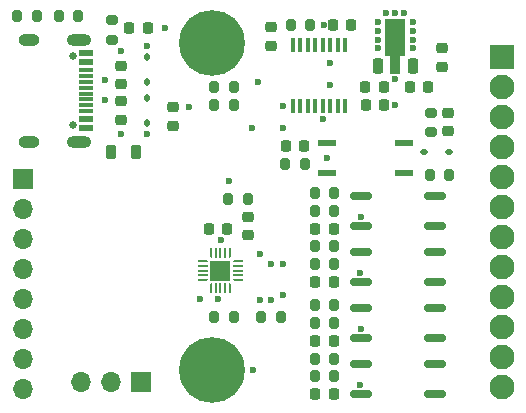
<source format=gbr>
%TF.GenerationSoftware,KiCad,Pcbnew,8.0.5*%
%TF.CreationDate,2024-10-20T23:26:53-04:00*%
%TF.ProjectId,Sequencer,53657175-656e-4636-9572-2e6b69636164,rev?*%
%TF.SameCoordinates,Original*%
%TF.FileFunction,Soldermask,Top*%
%TF.FilePolarity,Negative*%
%FSLAX46Y46*%
G04 Gerber Fmt 4.6, Leading zero omitted, Abs format (unit mm)*
G04 Created by KiCad (PCBNEW 8.0.5) date 2024-10-20 23:26:53*
%MOMM*%
%LPD*%
G01*
G04 APERTURE LIST*
G04 Aperture macros list*
%AMRoundRect*
0 Rectangle with rounded corners*
0 $1 Rounding radius*
0 $2 $3 $4 $5 $6 $7 $8 $9 X,Y pos of 4 corners*
0 Add a 4 corners polygon primitive as box body*
4,1,4,$2,$3,$4,$5,$6,$7,$8,$9,$2,$3,0*
0 Add four circle primitives for the rounded corners*
1,1,$1+$1,$2,$3*
1,1,$1+$1,$4,$5*
1,1,$1+$1,$6,$7*
1,1,$1+$1,$8,$9*
0 Add four rect primitives between the rounded corners*
20,1,$1+$1,$2,$3,$4,$5,0*
20,1,$1+$1,$4,$5,$6,$7,0*
20,1,$1+$1,$6,$7,$8,$9,0*
20,1,$1+$1,$8,$9,$2,$3,0*%
%AMFreePoly0*
4,1,14,0.334644,0.085355,0.385355,0.034644,0.400000,-0.000711,0.400000,-0.050000,0.385355,-0.085355,0.350000,-0.100000,-0.350000,-0.100000,-0.385355,-0.085355,-0.400000,-0.050000,-0.400000,0.050000,-0.385355,0.085355,-0.350000,0.100000,0.299289,0.100000,0.334644,0.085355,0.334644,0.085355,$1*%
%AMFreePoly1*
4,1,14,0.385355,0.085355,0.400000,0.050000,0.400000,0.000711,0.385355,-0.034644,0.334644,-0.085355,0.299289,-0.100000,-0.350000,-0.100000,-0.385355,-0.085355,-0.400000,-0.050000,-0.400000,0.050000,-0.385355,0.085355,-0.350000,0.100000,0.350000,0.100000,0.385355,0.085355,0.385355,0.085355,$1*%
%AMFreePoly2*
4,1,14,0.085355,0.385355,0.100000,0.350000,0.100000,-0.350000,0.085355,-0.385355,0.050000,-0.400000,-0.050000,-0.400000,-0.085355,-0.385355,-0.100000,-0.350000,-0.100000,0.299289,-0.085355,0.334644,-0.034644,0.385355,0.000711,0.400000,0.050000,0.400000,0.085355,0.385355,0.085355,0.385355,$1*%
%AMFreePoly3*
4,1,14,0.034644,0.385355,0.085355,0.334644,0.100000,0.299289,0.100000,-0.350000,0.085355,-0.385355,0.050000,-0.400000,-0.050000,-0.400000,-0.085355,-0.385355,-0.100000,-0.350000,-0.100000,0.350000,-0.085355,0.385355,-0.050000,0.400000,-0.000711,0.400000,0.034644,0.385355,0.034644,0.385355,$1*%
%AMFreePoly4*
4,1,14,0.385355,0.085355,0.400000,0.050000,0.400000,-0.050000,0.385355,-0.085355,0.350000,-0.100000,-0.299289,-0.100000,-0.334644,-0.085355,-0.385355,-0.034644,-0.400000,0.000711,-0.400000,0.050000,-0.385355,0.085355,-0.350000,0.100000,0.350000,0.100000,0.385355,0.085355,0.385355,0.085355,$1*%
%AMFreePoly5*
4,1,14,0.385355,0.085355,0.400000,0.050000,0.400000,-0.050000,0.385355,-0.085355,0.350000,-0.100000,-0.350000,-0.100000,-0.385355,-0.085355,-0.400000,-0.050000,-0.400000,-0.000711,-0.385355,0.034644,-0.334644,0.085355,-0.299289,0.100000,0.350000,0.100000,0.385355,0.085355,0.385355,0.085355,$1*%
%AMFreePoly6*
4,1,14,0.085355,0.385355,0.100000,0.350000,0.100000,-0.299289,0.085355,-0.334644,0.034644,-0.385355,-0.000711,-0.400000,-0.050000,-0.400000,-0.085355,-0.385355,-0.100000,-0.350000,-0.100000,0.350000,-0.085355,0.385355,-0.050000,0.400000,0.050000,0.400000,0.085355,0.385355,0.085355,0.385355,$1*%
%AMFreePoly7*
4,1,14,0.085355,0.385355,0.100000,0.350000,0.100000,-0.350000,0.085355,-0.385355,0.050000,-0.400000,0.000711,-0.400000,-0.034644,-0.385355,-0.085355,-0.334644,-0.100000,-0.299289,-0.100000,0.350000,-0.085355,0.385355,-0.050000,0.400000,0.050000,0.400000,0.085355,0.385355,0.085355,0.385355,$1*%
%AMFreePoly8*
4,1,9,3.862500,-0.866500,0.737500,-0.866500,0.737500,-0.450000,-0.737500,-0.450000,-0.737500,0.450000,0.737500,0.450000,0.737500,0.866500,3.862500,0.866500,3.862500,-0.866500,3.862500,-0.866500,$1*%
G04 Aperture macros list end*
%ADD10RoundRect,0.218750X-0.256250X0.218750X-0.256250X-0.218750X0.256250X-0.218750X0.256250X0.218750X0*%
%ADD11RoundRect,0.225000X-0.225000X-0.250000X0.225000X-0.250000X0.225000X0.250000X-0.225000X0.250000X0*%
%ADD12RoundRect,0.225000X0.225000X0.250000X-0.225000X0.250000X-0.225000X-0.250000X0.225000X-0.250000X0*%
%ADD13RoundRect,0.150000X-0.750000X-0.150000X0.750000X-0.150000X0.750000X0.150000X-0.750000X0.150000X0*%
%ADD14C,0.650000*%
%ADD15R,1.240000X0.600000*%
%ADD16R,1.240000X0.300000*%
%ADD17O,2.100000X1.000000*%
%ADD18O,1.800000X1.000000*%
%ADD19FreePoly0,270.000000*%
%ADD20RoundRect,0.050000X-0.050000X0.350000X-0.050000X-0.350000X0.050000X-0.350000X0.050000X0.350000X0*%
%ADD21FreePoly1,270.000000*%
%ADD22FreePoly2,270.000000*%
%ADD23RoundRect,0.050000X-0.350000X0.050000X-0.350000X-0.050000X0.350000X-0.050000X0.350000X0.050000X0*%
%ADD24FreePoly3,270.000000*%
%ADD25FreePoly4,270.000000*%
%ADD26FreePoly5,270.000000*%
%ADD27FreePoly6,270.000000*%
%ADD28FreePoly7,270.000000*%
%ADD29R,1.700000X1.700000*%
%ADD30RoundRect,0.200000X0.200000X0.275000X-0.200000X0.275000X-0.200000X-0.275000X0.200000X-0.275000X0*%
%ADD31RoundRect,0.200000X-0.200000X-0.275000X0.200000X-0.275000X0.200000X0.275000X-0.200000X0.275000X0*%
%ADD32RoundRect,0.137500X0.662500X0.137500X-0.662500X0.137500X-0.662500X-0.137500X0.662500X-0.137500X0*%
%ADD33RoundRect,0.225000X0.250000X-0.225000X0.250000X0.225000X-0.250000X0.225000X-0.250000X-0.225000X0*%
%ADD34RoundRect,0.112500X-0.112500X0.187500X-0.112500X-0.187500X0.112500X-0.187500X0.112500X0.187500X0*%
%ADD35RoundRect,0.218750X0.218750X0.256250X-0.218750X0.256250X-0.218750X-0.256250X0.218750X-0.256250X0*%
%ADD36RoundRect,0.218750X-0.218750X-0.381250X0.218750X-0.381250X0.218750X0.381250X-0.218750X0.381250X0*%
%ADD37RoundRect,0.225000X0.225000X-0.425000X0.225000X0.425000X-0.225000X0.425000X-0.225000X-0.425000X0*%
%ADD38FreePoly8,90.000000*%
%ADD39R,0.400000X1.200000*%
%ADD40RoundRect,0.200000X-0.275000X0.200000X-0.275000X-0.200000X0.275000X-0.200000X0.275000X0.200000X0*%
%ADD41O,1.700000X1.700000*%
%ADD42RoundRect,0.225000X-0.250000X0.225000X-0.250000X-0.225000X0.250000X-0.225000X0.250000X0.225000X0*%
%ADD43RoundRect,0.112500X-0.187500X-0.112500X0.187500X-0.112500X0.187500X0.112500X-0.187500X0.112500X0*%
%ADD44RoundRect,0.112500X0.112500X-0.187500X0.112500X0.187500X-0.112500X0.187500X-0.112500X-0.187500X0*%
%ADD45RoundRect,0.218750X0.256250X-0.218750X0.256250X0.218750X-0.256250X0.218750X-0.256250X-0.218750X0*%
%ADD46C,2.100000*%
%ADD47R,2.100000X2.100000*%
%ADD48C,0.600000*%
%ADD49C,5.560000*%
G04 APERTURE END LIST*
D10*
%TO.C,D9*%
X154000000Y-67500000D03*
X154000000Y-69075000D03*
%TD*%
D11*
%TO.C,C2*%
X163995000Y-58000000D03*
X165545000Y-58000000D03*
%TD*%
D12*
%TO.C,C4*%
X169275000Y-56500000D03*
X167725000Y-56500000D03*
%TD*%
D13*
%TO.C,U4*%
X163600000Y-75230000D03*
X163600000Y-77770000D03*
X169900000Y-77770000D03*
X169900000Y-75230000D03*
%TD*%
D14*
%TO.C,J3*%
X139180000Y-53930000D03*
X139180000Y-59710000D03*
D15*
X140300000Y-53620000D03*
X140300000Y-54420000D03*
D16*
X140300000Y-55570000D03*
X140300000Y-56570000D03*
X140300000Y-57070000D03*
X140300000Y-58070000D03*
D15*
X140300000Y-59220000D03*
X140300000Y-60020000D03*
X140300000Y-60020000D03*
X140300000Y-59220000D03*
D16*
X140300000Y-58570000D03*
X140300000Y-57570000D03*
X140300000Y-56070000D03*
X140300000Y-55070000D03*
D15*
X140300000Y-54420000D03*
X140300000Y-53620000D03*
D17*
X139700000Y-52500000D03*
D18*
X135500000Y-52500000D03*
D17*
X139700000Y-61140000D03*
D18*
X135500000Y-61140000D03*
%TD*%
D19*
%TO.C,U9*%
X152500000Y-70600000D03*
D20*
X152100000Y-70600000D03*
X151700000Y-70600000D03*
X151300000Y-70600000D03*
D21*
X150900000Y-70600000D03*
D22*
X150250000Y-71250000D03*
D23*
X150250000Y-71650000D03*
X150250000Y-72050000D03*
X150250000Y-72450000D03*
D24*
X150250000Y-72850000D03*
D25*
X150900000Y-73500000D03*
D20*
X151300000Y-73500000D03*
X151700000Y-73500000D03*
X152100000Y-73500000D03*
D26*
X152500000Y-73500000D03*
D27*
X153150000Y-72850000D03*
D23*
X153150000Y-72450000D03*
X153150000Y-72050000D03*
X153150000Y-71650000D03*
D28*
X153150000Y-71250000D03*
D29*
X151700000Y-72050000D03*
%TD*%
D30*
%TO.C,R20*%
X171075000Y-64000000D03*
X169425000Y-64000000D03*
%TD*%
D11*
%TO.C,C9*%
X150725000Y-68500000D03*
X152275000Y-68500000D03*
%TD*%
D31*
%TO.C,R19*%
X134500000Y-50500000D03*
X136150000Y-50500000D03*
%TD*%
D13*
%TO.C,U5*%
X163600000Y-79980000D03*
X163600000Y-82520000D03*
X169900000Y-82520000D03*
X169900000Y-79980000D03*
%TD*%
D30*
%TO.C,R17*%
X154000000Y-66000000D03*
X152350000Y-66000000D03*
%TD*%
D32*
%TO.C,U8*%
X167250000Y-63770000D03*
X167250000Y-61230000D03*
X160750000Y-61230000D03*
X160750000Y-63770000D03*
%TD*%
D31*
%TO.C,R6*%
X159675000Y-71500000D03*
X161325000Y-71500000D03*
%TD*%
D33*
%TO.C,C1*%
X143325000Y-56275000D03*
X143325000Y-54725000D03*
%TD*%
D30*
%TO.C,R18*%
X139650000Y-50500000D03*
X138000000Y-50500000D03*
%TD*%
D34*
%TO.C,D11*%
X145500000Y-57450000D03*
X145500000Y-59550000D03*
%TD*%
D35*
%TO.C,D3*%
X161287500Y-78000000D03*
X159712500Y-78000000D03*
%TD*%
D31*
%TO.C,R1*%
X159675000Y-65500000D03*
X161325000Y-65500000D03*
%TD*%
D10*
%TO.C,D8*%
X156000000Y-51425000D03*
X156000000Y-53000000D03*
%TD*%
D36*
%TO.C,FB1*%
X142437500Y-62000000D03*
X144562500Y-62000000D03*
%TD*%
D35*
%TO.C,D7*%
X158787500Y-61500000D03*
X157212500Y-61500000D03*
%TD*%
%TO.C,D6*%
X145575000Y-51500000D03*
X144000000Y-51500000D03*
%TD*%
D37*
%TO.C,U6*%
X165000000Y-54700000D03*
D38*
X166500000Y-54612500D03*
D37*
X168000000Y-54700000D03*
%TD*%
D30*
%TO.C,R16*%
X159325000Y-51250000D03*
X157675000Y-51250000D03*
%TD*%
D31*
%TO.C,R15*%
X157175000Y-63000000D03*
X158825000Y-63000000D03*
%TD*%
%TO.C,R8*%
X159675000Y-81000000D03*
X161325000Y-81000000D03*
%TD*%
D30*
%TO.C,R14*%
X152825000Y-58000000D03*
X151175000Y-58000000D03*
%TD*%
D39*
%TO.C,U7*%
X162281814Y-52959314D03*
X161646814Y-52959314D03*
X161011814Y-52959314D03*
X160376814Y-52959314D03*
X159741814Y-52959314D03*
X159106814Y-52959314D03*
X158471814Y-52959314D03*
X157836814Y-52959314D03*
X157836814Y-58159314D03*
X158471814Y-58159314D03*
X159106814Y-58159314D03*
X159741814Y-58159314D03*
X160376814Y-58159314D03*
X161011814Y-58159314D03*
X161646814Y-58159314D03*
X162281814Y-58159314D03*
%TD*%
D40*
%TO.C,R9*%
X169500000Y-58675000D03*
X169500000Y-60325000D03*
%TD*%
D29*
%TO.C,J4*%
X135000000Y-64260000D03*
D41*
X135000000Y-66800000D03*
X135000000Y-69340000D03*
X135000000Y-71880000D03*
X135000000Y-74420000D03*
X135000000Y-76960000D03*
X135000000Y-79500000D03*
X135000000Y-82040000D03*
%TD*%
D31*
%TO.C,R7*%
X159675000Y-76500000D03*
X161325000Y-76500000D03*
%TD*%
D42*
%TO.C,C5*%
X143325000Y-57725000D03*
X143325000Y-59275000D03*
%TD*%
D35*
%TO.C,D1*%
X161287500Y-68500000D03*
X159712500Y-68500000D03*
%TD*%
%TO.C,D4*%
X161287500Y-82500000D03*
X159712500Y-82500000D03*
%TD*%
D12*
%TO.C,C7*%
X162775000Y-51250000D03*
X161225000Y-51250000D03*
%TD*%
D43*
%TO.C,D5*%
X168950000Y-62000000D03*
X171050000Y-62000000D03*
%TD*%
D35*
%TO.C,D2*%
X161287500Y-73000000D03*
X159712500Y-73000000D03*
%TD*%
D31*
%TO.C,R5*%
X159675000Y-67000000D03*
X161325000Y-67000000D03*
%TD*%
%TO.C,R2*%
X159675000Y-70000000D03*
X161325000Y-70000000D03*
%TD*%
D44*
%TO.C,D12*%
X145500000Y-56050000D03*
X145500000Y-53950000D03*
%TD*%
D40*
%TO.C,R10*%
X142500000Y-50850000D03*
X142500000Y-52500000D03*
%TD*%
D13*
%TO.C,U2*%
X163600000Y-65730000D03*
X163600000Y-68270000D03*
X169900000Y-68270000D03*
X169900000Y-65730000D03*
%TD*%
D11*
%TO.C,C3*%
X163970000Y-56500000D03*
X165520000Y-56500000D03*
%TD*%
D45*
%TO.C,D10*%
X170500000Y-54787500D03*
X170500000Y-53212500D03*
%TD*%
D33*
%TO.C,C8*%
X147724962Y-59775000D03*
X147724962Y-58225000D03*
%TD*%
D30*
%TO.C,R11*%
X156825000Y-76000000D03*
X155175000Y-76000000D03*
%TD*%
D29*
%TO.C,J2*%
X145000000Y-81500000D03*
D41*
X142460000Y-81500000D03*
X139920000Y-81500000D03*
%TD*%
D30*
%TO.C,R13*%
X152825000Y-56500000D03*
X151175000Y-56500000D03*
%TD*%
D46*
%TO.C,J1*%
X175500000Y-81940000D03*
X175500000Y-79400000D03*
X175500000Y-76860000D03*
X175500000Y-74320000D03*
X175500000Y-71780000D03*
X175500000Y-69240000D03*
X175500000Y-66700000D03*
X175500000Y-64160000D03*
X175500000Y-61620000D03*
X175500000Y-59080000D03*
X175500000Y-56540000D03*
D47*
X175500000Y-54000000D03*
%TD*%
D30*
%TO.C,R12*%
X152825000Y-76000000D03*
X151175000Y-76000000D03*
%TD*%
D13*
%TO.C,U3*%
X163600000Y-70480000D03*
X163600000Y-73020000D03*
X169900000Y-73020000D03*
X169900000Y-70480000D03*
%TD*%
D31*
%TO.C,R3*%
X159675000Y-75000000D03*
X161325000Y-75000000D03*
%TD*%
%TO.C,R4*%
X159675000Y-79500000D03*
X161325000Y-79500000D03*
%TD*%
D42*
%TO.C,C6*%
X171000000Y-58725000D03*
X171000000Y-60275000D03*
%TD*%
D48*
X145500000Y-60500000D03*
X163600000Y-67500000D03*
X166500000Y-50250000D03*
X165000000Y-51000000D03*
X160750000Y-62500000D03*
X168000000Y-51000000D03*
X151760960Y-69454280D03*
X154500000Y-80500000D03*
X168000000Y-53250000D03*
X143325000Y-60500000D03*
X163600000Y-77000000D03*
X145500000Y-53000000D03*
X166500000Y-55850626D03*
X160376814Y-59209314D03*
X166500000Y-58000000D03*
X149000000Y-58225000D03*
X152425000Y-64500000D03*
X165000000Y-51750000D03*
D49*
X151000000Y-80500000D03*
D48*
X165000000Y-52500000D03*
X163505000Y-72250000D03*
X160500000Y-51250000D03*
X147000000Y-51500000D03*
X165750000Y-50250000D03*
X168000000Y-52500000D03*
X168000000Y-51750000D03*
X165000000Y-53250000D03*
X163500000Y-81750000D03*
X167250000Y-50250000D03*
X143325000Y-53500000D03*
D49*
X151000000Y-52750000D03*
D48*
X154366600Y-60000000D03*
X157000000Y-60000000D03*
X156000000Y-74576200D03*
X156000000Y-71473800D03*
X161011814Y-56357200D03*
X161011814Y-54500000D03*
X154891987Y-56051301D03*
X157000000Y-58159314D03*
X141944069Y-57624461D03*
X141919608Y-55900000D03*
X157000000Y-74131000D03*
X157000000Y-71473800D03*
X150000000Y-74500000D03*
X151500000Y-74500000D03*
X155017565Y-74576200D03*
X155017565Y-70667565D03*
M02*

</source>
